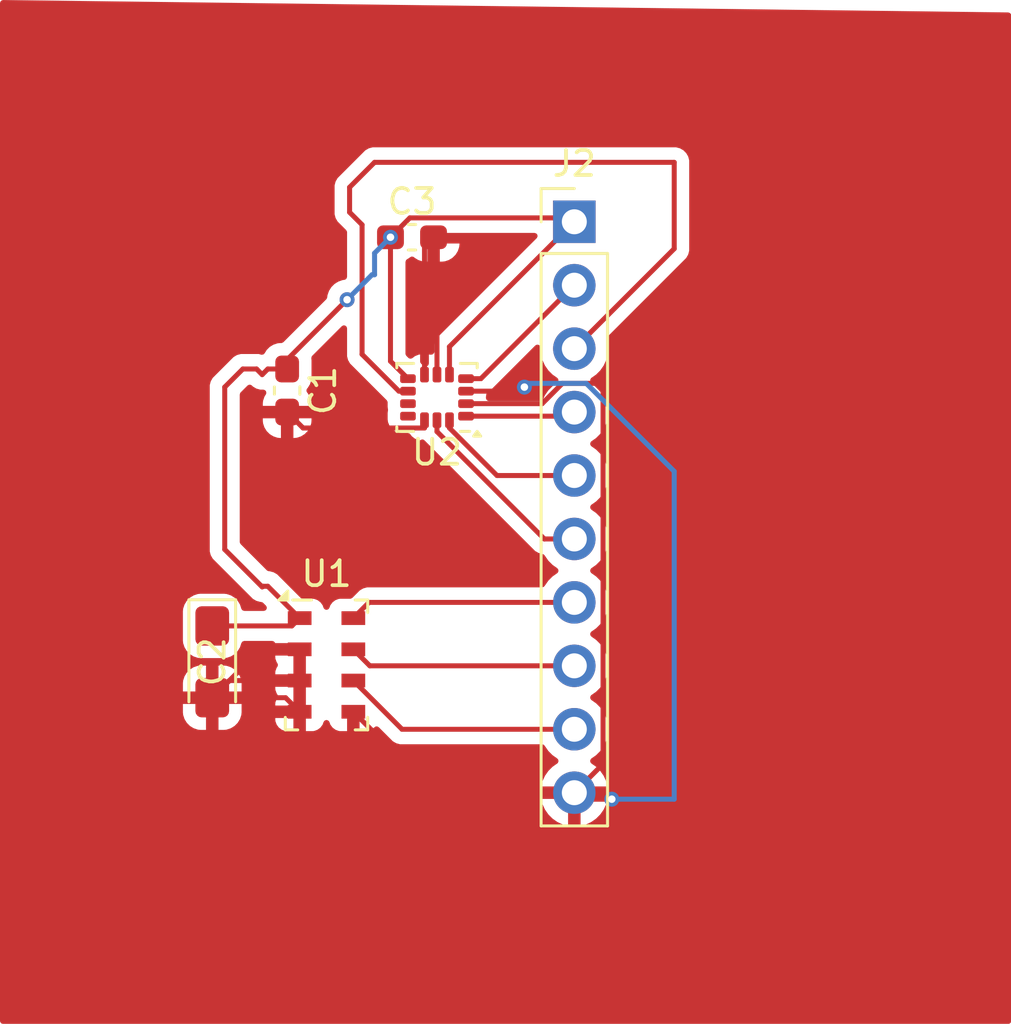
<source format=kicad_pcb>
(kicad_pcb (version 20240108) (generator "pcbnew") (generator_version "8.0")
  (layers (0 "F.Cu" signal) (31 "B.Cu" signal) (34 "B.Paste" user) (35 "F.Paste" user) (36 "B.SilkS" user "B.Silkscreen") (37 "F.SilkS" user "F.Silkscreen") (38 "B.Mask" user) (39 "F.Mask" user) (44 "Edge.Cuts" user))
  (net 0 "")
  (net 1 "+3.3V")
  (net 2 "GNDD")
  (net 3 "/sensors/pres_miso")
  (net 4 "/sensors/imu_int1")
  (net 5 "/sensors/imu_int2")
  (net 6 "/sensors/imu_miso")
  (net 7 "/sensors/pres_sclk")
  (net 8 "/sensors/imu_sclk")
  (net 9 "/sensors/imu_mosi")
  (net 10 "/sensors/pres_mosi")
  (footprint "Capacitor_Tantalum_SMD:CP_EIA-3216-18_Kemet-A_Pad1.58x1.35mm_HandSolder" (layer "F.Cu") (at 111.5 106 -90)
    (property "Reference" "C2" (at 0 0 90) (layer "F.SilkS"))
    (property "Value" "10uF")
    (fp_line (start -2.485 0.935) (end 1.6 0.935) (stroke (width 0.12)) (layer "F.SilkS"))
    (fp_line (start -2.485 -0.935) (end -2.485 0.935) (stroke (width 0.12)) (layer "F.SilkS"))
    (fp_line (start 1.6 -0.935) (end -2.485 -0.935) (stroke (width 0.12)) (layer "F.SilkS"))
    (pad "1" smd roundrect (at -1.4375 0 270) (size 1.575 1.35) (layers "F.Cu" "F.Paste" "F.Mask") (roundrect_rratio 0.185185) (net 1 "+3.3V"))
    (pad "2" smd roundrect (at 1.4375 0 270) (size 1.575 1.35) (layers "F.Cu" "F.Paste" "F.Mask") (roundrect_rratio 0.185185) (net 2 "GNDD"))
  )
  (footprint "Package_LGA:LGA-14_3x2.5mm_P0.5mm_LayoutBorder3x4y" (layer "F.Cu") (at 120.5 95.4125 180)
    (property "Reference" "U2" (at 0 -2.2 0) (layer "F.SilkS"))
    (property "Value" "LSM6DSL")
    (fp_line (start 1.61 1.36) (end 1.61 1.185) (stroke (width 0.12)) (layer "F.SilkS"))
    (fp_line (start 1.61 -1.36) (end 1.61 -1.185) (stroke (width 0.12)) (layer "F.SilkS"))
    (fp_line (start 0.935 1.36) (end 1.61 1.36) (stroke (width 0.12)) (layer "F.SilkS"))
    (fp_line (start 0.935 -1.36) (end 1.61 -1.36) (stroke (width 0.12)) (layer "F.SilkS"))
    (fp_line (start -0.935 1.36) (end -1.61 1.36) (stroke (width 0.12)) (layer "F.SilkS"))
    (fp_line (start -0.935 -1.36) (end -1.31 -1.36) (stroke (width 0.12)) (layer "F.SilkS"))
    (fp_line (start -1.61 1.36) (end -1.61 1.185) (stroke (width 0.12)) (layer "F.SilkS"))
    (fp_poly (pts (xy -1.61 -1.36) (xy -1.75 -1.55) (xy -1.47 -1.55) (xy -1.61 -1.36)) (stroke (width 0.12)) (fill solid) (layer "F.SilkS"))
    (pad "1" smd roundrect (at -1.1625 -0.75 180) (size 0.625 0.35) (layers "F.Cu" "F.Paste" "F.Mask") (net 9 "/sensors/imu_mosi"))
    (pad "2" smd roundrect (at -1.1625 -0.25 180) (size 0.625 0.35) (layers "F.Cu" "F.Paste" "F.Mask") (net 2 "GNDD"))
    (pad "3" smd roundrect (at -1.1625 0.25 180) (size 0.625 0.35) (layers "F.Cu" "F.Paste" "F.Mask") (net 2 "GNDD"))
    (pad "4" smd roundrect (at -1.1625 0.75 180) (size 0.625 0.35) (layers "F.Cu" "F.Paste" "F.Mask") (net 4 "/sensors/imu_int1"))
    (pad "5" smd roundrect (at -0.5 0.9125 180) (size 0.35 0.625) (layers "F.Cu" "F.Paste" "F.Mask") (net 1 "+3.3V"))
    (pad "6" smd roundrect (at 0 0.9125 180) (size 0.35 0.625) (layers "F.Cu" "F.Paste" "F.Mask") (net 2 "GNDD"))
    (pad "7" smd roundrect (at 0.5 0.9125 180) (size 0.35 0.625) (layers "F.Cu" "F.Paste" "F.Mask") (net 2 "GNDD"))
    (pad "8" smd roundrect (at 1.1625 0.75 180) (size 0.625 0.35) (layers "F.Cu" "F.Paste" "F.Mask") (net 1 "+3.3V"))
    (pad "9" smd roundrect (at 1.1625 0.25 180) (size 0.625 0.35) (layers "F.Cu" "F.Paste" "F.Mask") (net 5 "/sensors/imu_int2"))
    (pad "10" smd roundrect (at 1.1625 -0.25 180) (size 0.625 0.35) (layers "F.Cu" "F.Paste" "F.Mask"))
    (pad "11" smd roundrect (at 1.1625 -0.75 180) (size 0.625 0.35) (layers "F.Cu" "F.Paste" "F.Mask"))
    (pad "12" smd roundrect (at 0.5 -0.9125 180) (size 0.35 0.625) (layers "F.Cu" "F.Paste" "F.Mask") (net 2 "GNDD"))
    (pad "13" smd roundrect (at 0 -0.9125 180) (size 0.35 0.625) (layers "F.Cu" "F.Paste" "F.Mask") (net 8 "/sensors/imu_sclk"))
    (pad "14" smd roundrect (at -0.5 -0.9125 180) (size 0.35 0.625) (layers "F.Cu" "F.Paste" "F.Mask") (net 6 "/sensors/imu_miso"))
  )
  (footprint "Capacitor_SMD:C_0603_1608Metric_Pad1.08x0.95mm_HandSolder" (layer "F.Cu") (at 114.5 95.1375 -90)
    (property "Reference" "C1" (at 0 -1.43 90) (layer "F.SilkS"))
    (property "Value" "100nF")
    (fp_line (start -0.146267 0.51) (end 0.146267 0.51) (stroke (width 0.12)) (layer "F.SilkS"))
    (fp_line (start -0.146267 -0.51) (end 0.146267 -0.51) (stroke (width 0.12)) (layer "F.SilkS"))
    (pad "1" smd roundrect (at -0.8625 0 270) (size 1.075 0.95) (layers "F.Cu" "F.Paste" "F.Mask") (net 1 "+3.3V"))
    (pad "2" smd roundrect (at 0.8625 0 270) (size 1.075 0.95) (layers "F.Cu" "F.Paste" "F.Mask") (net 2 "GNDD"))
  )
  (footprint "Package_LGA:LGA-8_3x5mm_P1.25mm" (layer "F.Cu") (at 116.075 106.125)
    (property "Reference" "U1" (at 0 -3.65 0) (layer "F.SilkS"))
    (property "Value" "MS5607-02BA")
    (fp_line (start -1.65 2.6) (end -1.65 2.1) (stroke (width 0.12)) (layer "F.SilkS"))
    (fp_line (start -1.35 -2.6) (end -0.6 -2.6) (stroke (width 0.12)) (layer "F.SilkS"))
    (fp_line (start -1.15 2.6) (end -1.65 2.6) (stroke (width 0.12)) (layer "F.SilkS"))
    (fp_line (start 1.15 -2.6) (end 1.65 -2.6) (stroke (width 0.12)) (layer "F.SilkS"))
    (fp_line (start 1.65 -2.6) (end 1.65 -2.1) (stroke (width 0.12)) (layer "F.SilkS"))
    (fp_line (start 1.65 2.1) (end 1.65 2.6) (stroke (width 0.12)) (layer "F.SilkS"))
    (fp_line (start 1.65 2.6) (end 1.15 2.6) (stroke (width 0.12)) (layer "F.SilkS"))
    (fp_poly (pts (xy -1.55 -2.6) (xy -1.91 -2.6) (xy -1.55 -2.96) (xy -1.55 -2.6)) (stroke (width 0.12)) (fill solid) (layer "F.SilkS"))
    (pad "1" smd rect (at -1.075 -1.875) (size 0.95 0.55) (layers "F.Cu" "F.Paste" "F.Mask") (net 1 "+3.3V"))
    (pad "2" smd rect (at -1.075 -0.625) (size 0.95 0.55) (layers "F.Cu" "F.Paste" "F.Mask") (net 2 "GNDD"))
    (pad "3" smd rect (at -1.075 0.625) (size 0.95 0.55) (layers "F.Cu" "F.Paste" "F.Mask") (net 2 "GNDD"))
    (pad "4" smd rect (at -1.075 1.875) (size 0.95 0.55) (layers "F.Cu" "F.Paste" "F.Mask") (net 2 "GNDD"))
    (pad "5" smd rect (at 1.075 1.875) (size 0.95 0.55) (layers "F.Cu" "F.Paste" "F.Mask") (net 2 "GNDD"))
    (pad "6" smd rect (at 1.075 0.625) (size 0.95 0.55) (layers "F.Cu" "F.Paste" "F.Mask") (net 3 "/sensors/pres_miso"))
    (pad "7" smd rect (at 1.075 -0.625) (size 0.95 0.55) (layers "F.Cu" "F.Paste" "F.Mask") (net 10 "/sensors/pres_mosi"))
    (pad "8" smd rect (at 1.075 -1.875) (size 0.95 0.55) (layers "F.Cu" "F.Paste" "F.Mask") (net 7 "/sensors/pres_sclk"))
  )
  (footprint "Capacitor_SMD:C_0603_1608Metric_Pad1.08x0.95mm_HandSolder" (layer "F.Cu") (at 119.5 89)
    (property "Reference" "C3" (at 0 -1.43 0) (layer "F.SilkS"))
    (property "Value" "100nF")
    (fp_line (start -0.146267 -0.51) (end 0.146267 -0.51) (stroke (width 0.12)) (layer "F.SilkS"))
    (fp_line (start -0.146267 0.51) (end 0.146267 0.51) (stroke (width 0.12)) (layer "F.SilkS"))
    (pad "1" smd roundrect (at -0.8625 0) (size 1.075 0.95) (layers "F.Cu" "F.Paste" "F.Mask") (net 1 "+3.3V"))
    (pad "2" smd roundrect (at 0.8625 0) (size 1.075 0.95) (layers "F.Cu" "F.Paste" "F.Mask") (net 2 "GNDD"))
  )
  (footprint "Connector_PinHeader_2.54mm:PinHeader_1x10_P2.54mm_Vertical" (layer "F.Cu") (at 126 88.38)
    (property "Reference" "J2" (at 0 -2.33 0) (layer "F.SilkS"))
    (property "Value" "Conn_01x10_Socket")
    (fp_line (start -1.33 -1.33) (end 0 -1.33) (stroke (width 0.12)) (layer "F.SilkS"))
    (fp_line (start -1.33 0) (end -1.33 -1.33) (stroke (width 0.12)) (layer "F.SilkS"))
    (fp_line (start -1.33 1.27) (end -1.33 24.19) (stroke (width 0.12)) (layer "F.SilkS"))
    (fp_line (start -1.33 1.27) (end 1.33 1.27) (stroke (width 0.12)) (layer "F.SilkS"))
    (fp_line (start -1.33 24.19) (end 1.33 24.19) (stroke (width 0.12)) (layer "F.SilkS"))
    (fp_line (start 1.33 1.27) (end 1.33 24.19) (stroke (width 0.12)) (layer "F.SilkS"))
    (pad "1" thru_hole rect (at 0 0) (size 1.7 1.7) (drill 1) (layers "*.Cu" "*.Mask") (net 1 "+3.3V"))
    (pad "2" thru_hole oval (at 0 2.54) (size 1.7 1.7) (drill 1) (layers "*.Cu" "*.Mask") (net 4 "/sensors/imu_int1"))
    (pad "3" thru_hole oval (at 0 5.08) (size 1.7 1.7) (drill 1) (layers "*.Cu" "*.Mask") (net 5 "/sensors/imu_int2"))
    (pad "4" thru_hole oval (at 0 7.62) (size 1.7 1.7) (drill 1) (layers "*.Cu" "*.Mask") (net 9 "/sensors/imu_mosi"))
    (pad "5" thru_hole oval (at 0 10.16) (size 1.7 1.7) (drill 1) (layers "*.Cu" "*.Mask") (net 6 "/sensors/imu_miso"))
    (pad "6" thru_hole oval (at 0 12.7) (size 1.7 1.7) (drill 1) (layers "*.Cu" "*.Mask") (net 8 "/sensors/imu_sclk"))
    (pad "7" thru_hole oval (at 0 15.24) (size 1.7 1.7) (drill 1) (layers "*.Cu" "*.Mask") (net 7 "/sensors/pres_sclk"))
    (pad "8" thru_hole oval (at 0 17.78) (size 1.7 1.7) (drill 1) (layers "*.Cu" "*.Mask") (net 10 "/sensors/pres_mosi"))
    (pad "9" thru_hole oval (at 0 20.32) (size 1.7 1.7) (drill 1) (layers "*.Cu" "*.Mask") (net 3 "/sensors/pres_miso"))
    (pad "10" thru_hole oval (at 0 22.86) (size 1.7 1.7) (drill 1) (layers "*.Cu" "*.Mask") (net 2 "GNDD"))
  )
  (segment (start 121 93.38) (end 126 88.38) (width 0.2) (layer "F.Cu") (net 1))
  (segment (start 125.845 88.225) (end 126 88.38) (width 0.2) (layer "F.Cu") (net 1))
  (segment (start 119.4125 88.225) (end 125.845 88.225) (width 0.2) (layer "F.Cu") (net 1))
  (segment (start 112.725 94.275) (end 113.275 94.275) (width 0.2) (layer "F.Cu") (net 1))
  (segment (start 114.5 94.275) (end 114.5 93.9) (width 0.2) (layer "F.Cu") (net 1))
  (segment (start 113.525 102.975) (end 113.5 103) (width 0.2) (layer "F.Cu") (net 1))
  (segment (start 113.275 94.275) (end 113.5 94.5) (width 0.2) (layer "F.Cu") (net 1))
  (segment (start 114.5 93.9) (end 116.9 91.5) (width 0.2) (layer "F.Cu") (net 1))
  (segment (start 112 101.5) (end 112 95) (width 0.2) (layer "F.Cu") (net 1))
  (segment (start 113.725 102.975) (end 115 104.25) (width 0.2) (layer "F.Cu") (net 1))
  (segment (start 112 95) (end 112.725 94.275) (width 0.2) (layer "F.Cu") (net 1))
  (segment (start 113.725 94.275) (end 114.5 94.275) (width 0.2) (layer "F.Cu") (net 1))
  (segment (start 121 94.5) (end 121 93.38) (width 0.2) (layer "F.Cu") (net 1))
  (segment (start 111.5 104.5625) (end 114.6875 104.5625) (width 0.2) (layer "F.Cu") (net 1))
  (segment (start 118.6375 89) (end 118.6375 93.9625) (width 0.2) (layer "F.Cu") (net 1))
  (segment (start 118.6375 93.9625) (end 119.3375 94.6625) (width 0.2) (layer "F.Cu") (net 1))
  (segment (start 113.725 102.975) (end 113.525 102.975) (width 0.2) (layer "F.Cu") (net 1))
  (segment (start 118.6375 89) (end 119.4125 88.225) (width 0.2) (layer "F.Cu") (net 1))
  (segment (start 113.5 103) (end 112 101.5) (width 0.2) (layer "F.Cu") (net 1))
  (segment (start 114.6875 104.5625) (end 115 104.25) (width 0.2) (layer "F.Cu") (net 1))
  (segment (start 113.5 94.5) (end 113.725 94.275) (width 0.2) (layer "F.Cu") (net 1))
  (via (at 118.6375 89) (size 0.6) (drill 0.3) (layers "F.Cu" "B.Cu") (net 1))
  (via (at 116.9 91.5) (size 0.6) (drill 0.3) (layers "F.Cu" "B.Cu") (net 1))
  (segment (start 118 89.6375) (end 118.6375 89) (width 0.2) (layer "B.Cu") (net 1))
  (segment (start 116.9 91.5) (end 117.9 90.5) (width 0.2) (layer "B.Cu") (net 1))
  (segment (start 117.9 90.5) (end 118 90.5) (width 0.2) (layer "B.Cu") (net 1))
  (segment (start 118 90.5) (end 118 89.6375) (width 0.2) (layer "B.Cu") (net 1))
  (segment (start 112.1875 106.75) (end 111.5 107.4375) (width 0.2) (layer "F.Cu") (net 2))
  (segment (start 125.523654 94.85) (end 126.85 94.85) (width 0.2) (layer "F.Cu") (net 2))
  (segment (start 121.6625 95.6625) (end 124.711154 95.6625) (width 0.2) (layer "F.Cu") (net 2))
  (segment (start 126.85 94.85) (end 127.15 95.15) (width 0.2) (layer "F.Cu") (net 2))
  (segment (start 123.8375 95.1625) (end 124 95) (width 0.2) (layer "F.Cu") (net 2))
  (segment (start 111.5 107.4375) (end 114.4375 107.4375) (width 0.2) (layer "F.Cu") (net 2))
  (segment (start 120.5 94.5) (end 120.5 89.1375) (width 0.2) (layer "F.Cu") (net 2))
  (segment (start 120 96.325) (end 120 96.637499) (width 0.2) (layer "F.Cu") (net 2))
  (segment (start 121.6625 95.1625) (end 123.8375 95.1625) (width 0.2) (layer "F.Cu") (net 2))
  (segment (start 115 106.75) (end 112.1875 106.75) (width 0.2) (layer "F.Cu") (net 2))
  (segment (start 126 111.24) (end 120.39 111.24) (width 0.2) (layer "F.Cu") (net 2))
  (segment (start 114.4375 107.4375) (end 115 108) (width 0.2) (layer "F.Cu") (net 2))
  (segment (start 120 94.5) (end 120 89.3625) (width 0.2) (layer "F.Cu") (net 2))
  (segment (start 126.26 111.5) (end 126 111.24) (width 0.2) (layer "F.Cu") (net 2))
  (segment (start 120.39 111.24) (end 117.15 108) (width 0.2) (layer "F.Cu") (net 2))
  (segment (start 115.137499 96.637499) (end 114.5 96) (width 0.2) (layer "F.Cu") (net 2))
  (segment (start 113.4375 105.5) (end 111.5 107.4375) (width 0.2) (layer "F.Cu") (net 2))
  (segment (start 115 105.5) (end 113.4375 105.5) (width 0.2) (layer "F.Cu") (net 2))
  (segment (start 127.5 111.5) (end 126.26 111.5) (width 0.2) (layer "F.Cu") (net 2))
  (segment (start 127.15 95.15) (end 127.15 110.09) (width 0.2) (layer "F.Cu") (net 2))
  (segment (start 115.1 105.5) (end 115 105.5) (width 0.2) (layer "F.Cu") (net 2))
  (segment (start 127.15 110.09) (end 126 111.24) (width 0.2) (layer "F.Cu") (net 2))
  (segment (start 120.5 89.1375) (end 120.3625 89) (width 0.2) (layer "F.Cu") (net 2))
  (segment (start 120 89.3625) (end 120.3625 89) (width 0.2) (layer "F.Cu") (net 2))
  (segment (start 120 96.637499) (end 115.137499 96.637499) (width 0.2) (layer "F.Cu") (net 2))
  (segment (start 124.711154 95.6625) (end 125.523654 94.85) (width 0.2) (layer "F.Cu") (net 2))
  (via (at 124 95) (size 0.6) (drill 0.3) (layers "F.Cu" "B.Cu") (net 2))
  (via (at 127.5 111.5) (size 0.6) (drill 0.3) (layers "F.Cu" "B.Cu") (net 2))
  (segment (start 130 111.5) (end 127.5 111.5) (width 0.2) (layer "B.Cu") (net 2))
  (segment (start 130 98.373654) (end 130 111.5) (width 0.2) (layer "B.Cu") (net 2))
  (segment (start 124.15 94.85) (end 126.476346 94.85) (width 0.2) (layer "B.Cu") (net 2))
  (segment (start 126.476346 94.85) (end 130 98.373654) (width 0.2) (layer "B.Cu") (net 2))
  (segment (start 124 95) (end 124.15 94.85) (width 0.2) (layer "B.Cu") (net 2))
  (segment (start 119.1 108.7) (end 117.15 106.75) (width 0.2) (layer "F.Cu") (net 3))
  (segment (start 126 108.7) (end 119.1 108.7) (width 0.2) (layer "F.Cu") (net 3))
  (segment (start 121.6625 94.6625) (end 122.2575 94.6625) (width 0.2) (layer "F.Cu") (net 4))
  (segment (start 122.2575 94.6625) (end 126 90.92) (width 0.2) (layer "F.Cu") (net 4))
  (segment (start 117 87) (end 117 88) (width 0.2) (layer "F.Cu") (net 5))
  (segment (start 130 86) (end 118 86) (width 0.2) (layer "F.Cu") (net 5))
  (segment (start 118 86) (end 117 87) (width 0.2) (layer "F.Cu") (net 5))
  (segment (start 117.5 88.5) (end 117.5 93.687932) (width 0.2) (layer "F.Cu") (net 5))
  (segment (start 130 86) (end 130 89.46) (width 0.2) (layer "F.Cu") (net 5))
  (segment (start 117 88) (end 117.5 88.5) (width 0.2) (layer "F.Cu") (net 5))
  (segment (start 118.974568 95.1625) (end 117.5 93.687932) (width 0.2) (layer "F.Cu") (net 5))
  (segment (start 119.3375 95.1625) (end 118.974568 95.1625) (width 0.2) (layer "F.Cu") (net 5))
  (segment (start 130 89.46) (end 126 93.46) (width 0.2) (layer "F.Cu") (net 5))
  (segment (start 121 96.637499) (end 121 96.325) (width 0.2) (layer "F.Cu") (net 6))
  (segment (start 126 98.54) (end 122.902501 98.54) (width 0.2) (layer "F.Cu") (net 6))
  (segment (start 122.902501 98.54) (end 121 96.637499) (width 0.2) (layer "F.Cu") (net 6))
  (segment (start 117.78 103.62) (end 117.15 104.25) (width 0.2) (layer "F.Cu") (net 7))
  (segment (start 126 103.62) (end 117.78 103.62) (width 0.2) (layer "F.Cu") (net 7))
  (segment (start 126 101.08) (end 124.797919 101.08) (width 0.2) (layer "F.Cu") (net 8))
  (segment (start 124.797919 101.08) (end 120.5 96.782081) (width 0.2) (layer "F.Cu") (net 8))
  (segment (start 120.5 96.782081) (end 120.5 96.325) (width 0.2) (layer "F.Cu") (net 8))
  (segment (start 125.3375 96.1625) (end 121.6625 96.1625) (width 0.2) (layer "F.Cu") (net 9))
  (segment (start 126 96) (end 125.5 96) (width 0.2) (layer "F.Cu") (net 9))
  (segment (start 125.5 96) (end 125.3375 96.1625) (width 0.2) (layer "F.Cu") (net 9))
  (segment (start 126 106.16) (end 117.81 106.16) (width 0.2) (layer "F.Cu") (net 10))
  (segment (start 117.81 106.16) (end 117.15 105.5) (width 0.2) (layer "F.Cu") (net 10))
  (zone (net 2) (net_name "GNDD") (layer "F.Cu") (priority 1) (connect_pads (clearance 0.5)) (min_thickness 0.25) (fill yes (thermal_gap 0.5) (thermal_bridge_width 0.5))
    (polygon (pts (xy 103 79.5) (xy 143.5 80) (xy 143.5 120.5) (xy 103 120.5)))
  )
  (zone (net 2) (net_name "GNDD") (layer "F.Cu") (connect_pads (clearance 0.5)) (min_thickness 0.25) (fill yes (thermal_gap 0.5) (thermal_bridge_width 0.5))
    (polygon (pts (xy 143.5 80) (xy 103 79.5) (xy 103 120.5) (xy 143.5 120.5)))
  )
)
</source>
